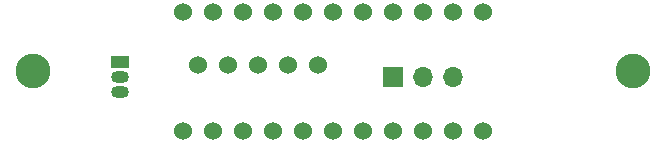
<source format=gbr>
%TF.GenerationSoftware,KiCad,Pcbnew,7.0.7*%
%TF.CreationDate,2024-03-26T15:52:03-05:00*%
%TF.ProjectId,RamanCCDBoard,52616d61-6e43-4434-9442-6f6172642e6b,rev?*%
%TF.SameCoordinates,Original*%
%TF.FileFunction,Soldermask,Top*%
%TF.FilePolarity,Negative*%
%FSLAX46Y46*%
G04 Gerber Fmt 4.6, Leading zero omitted, Abs format (unit mm)*
G04 Created by KiCad (PCBNEW 7.0.7) date 2024-03-26 15:52:03*
%MOMM*%
%LPD*%
G01*
G04 APERTURE LIST*
%ADD10C,1.524000*%
%ADD11C,2.946400*%
%ADD12R,1.500000X1.050000*%
%ADD13O,1.500000X1.050000*%
%ADD14R,1.700000X1.700000*%
%ADD15O,1.700000X1.700000*%
G04 APERTURE END LIST*
D10*
%TO.C,U1*%
X55626000Y-32004000D03*
X58166000Y-32004000D03*
X60706000Y-32004000D03*
X63246000Y-32004000D03*
X65786000Y-32004000D03*
X68326000Y-32004000D03*
X70866000Y-32004000D03*
X73406000Y-32004000D03*
X75946000Y-32004000D03*
X78486000Y-32004000D03*
X81026000Y-32004000D03*
X81026000Y-22004000D03*
X78486000Y-22004000D03*
X75946000Y-22004000D03*
X73406000Y-22004000D03*
X70866000Y-22004000D03*
X68326000Y-22004000D03*
X65786000Y-22004000D03*
X63246000Y-22004000D03*
X60706000Y-22004000D03*
X58166000Y-22004000D03*
X55626000Y-22004000D03*
%TD*%
D11*
%TO.C,V2*%
X93726000Y-26924000D03*
%TD*%
%TO.C,V1*%
X42926000Y-26924000D03*
%TD*%
D12*
%TO.C,Q2*%
X50292000Y-26162000D03*
D13*
X50292000Y-27432000D03*
X50292000Y-28702000D03*
%TD*%
D10*
%TO.C,Conn1*%
X56896000Y-26416000D03*
X59436000Y-26416000D03*
X61976000Y-26416000D03*
X64516000Y-26416000D03*
X67056000Y-26416000D03*
%TD*%
D14*
%TO.C,J1*%
X73406000Y-27432000D03*
D15*
X75946000Y-27432000D03*
X78486000Y-27432000D03*
%TD*%
M02*

</source>
